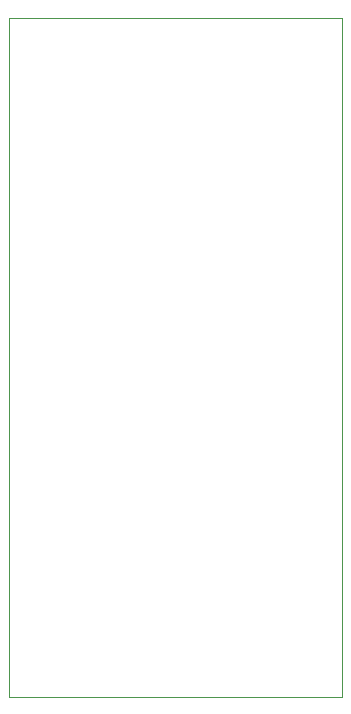
<source format=gm1>
G04 #@! TF.GenerationSoftware,KiCad,Pcbnew,9.0.2*
G04 #@! TF.CreationDate,2025-06-24T11:01:01+02:00*
G04 #@! TF.ProjectId,SenseMatePCB,53656e73-654d-4617-9465-5043422e6b69,rev?*
G04 #@! TF.SameCoordinates,Original*
G04 #@! TF.FileFunction,Profile,NP*
%FSLAX46Y46*%
G04 Gerber Fmt 4.6, Leading zero omitted, Abs format (unit mm)*
G04 Created by KiCad (PCBNEW 9.0.2) date 2025-06-24 11:01:01*
%MOMM*%
%LPD*%
G01*
G04 APERTURE LIST*
G04 #@! TA.AperFunction,Profile*
%ADD10C,0.050000*%
G04 #@! TD*
G04 APERTURE END LIST*
D10*
X93000000Y-112500000D02*
X121250000Y-112500000D01*
X121250000Y-112500000D02*
X121250000Y-55000000D01*
X121250000Y-55000000D02*
X93000000Y-55000000D01*
X93000000Y-112500000D02*
X93000000Y-55000000D01*
M02*

</source>
